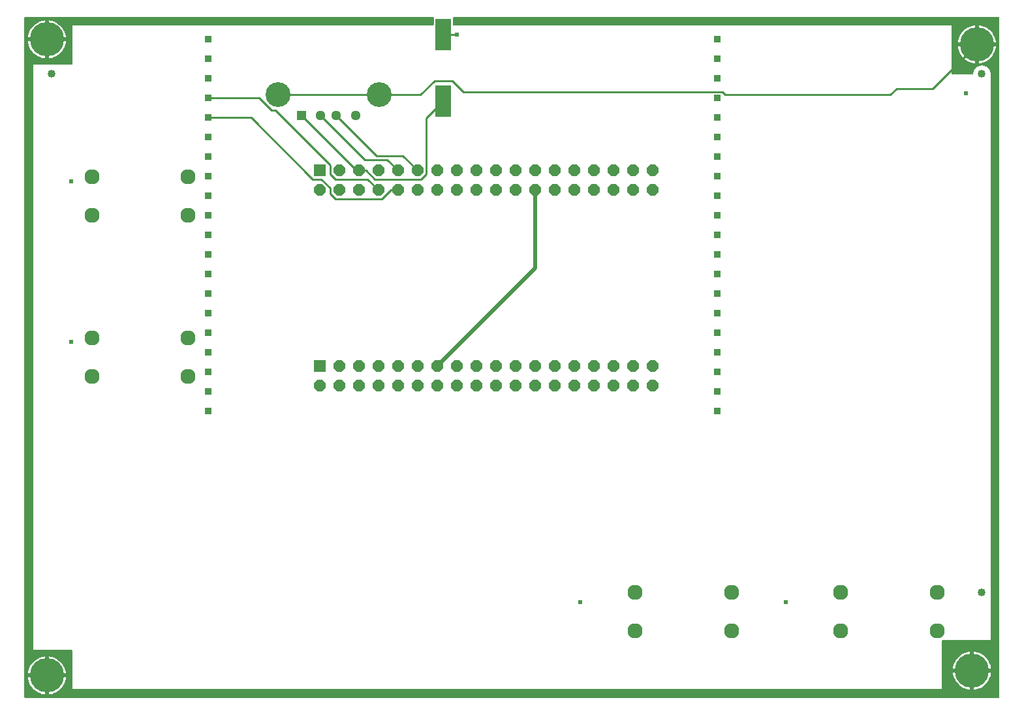
<source format=gbr>
G04 EAGLE Gerber RS-274X export*
G75*
%MOMM*%
%FSLAX34Y34*%
%LPD*%
%INBottom Copper*%
%IPPOS*%
%AMOC8*
5,1,8,0,0,1.08239X$1,22.5*%
G01*
%ADD10R,1.288000X1.288000*%
%ADD11C,1.288000*%
%ADD12C,3.220000*%
%ADD13C,1.016000*%
%ADD14C,4.445000*%
%ADD15R,1.524000X1.524000*%
%ADD16P,1.649562X8X22.500000*%
%ADD17C,1.960000*%
%ADD18R,2.000000X4.100000*%
%ADD19R,0.904800X0.904800*%
%ADD20C,0.609600*%
%ADD21C,0.254000*%
%ADD22C,0.508000*%

G36*
X1267444Y885308D02*
X1267444Y885308D01*
X1267437Y885427D01*
X1267424Y885465D01*
X1267419Y885506D01*
X1267376Y885616D01*
X1267339Y885729D01*
X1267317Y885764D01*
X1267302Y885801D01*
X1267233Y885897D01*
X1267169Y885998D01*
X1267139Y886026D01*
X1267116Y886059D01*
X1267024Y886135D01*
X1266937Y886216D01*
X1266902Y886236D01*
X1266871Y886261D01*
X1266763Y886312D01*
X1266659Y886370D01*
X1266619Y886380D01*
X1266583Y886397D01*
X1266466Y886419D01*
X1266351Y886449D01*
X1266291Y886453D01*
X1266271Y886457D01*
X1266250Y886455D01*
X1266190Y886459D01*
X559910Y886459D01*
X559792Y886444D01*
X559673Y886437D01*
X559635Y886424D01*
X559594Y886419D01*
X559484Y886376D01*
X559371Y886339D01*
X559336Y886317D01*
X559299Y886302D01*
X559203Y886233D01*
X559102Y886169D01*
X559074Y886139D01*
X559041Y886116D01*
X558965Y886024D01*
X558884Y885937D01*
X558864Y885902D01*
X558839Y885871D01*
X558788Y885763D01*
X558730Y885659D01*
X558720Y885619D01*
X558703Y885583D01*
X558681Y885466D01*
X558651Y885351D01*
X558647Y885291D01*
X558643Y885271D01*
X558645Y885250D01*
X558641Y885190D01*
X558641Y876300D01*
X558656Y876182D01*
X558663Y876063D01*
X558676Y876025D01*
X558681Y875984D01*
X558724Y875874D01*
X558761Y875761D01*
X558783Y875726D01*
X558798Y875689D01*
X558867Y875593D01*
X558931Y875492D01*
X558961Y875464D01*
X558984Y875431D01*
X559076Y875356D01*
X559163Y875274D01*
X559198Y875254D01*
X559229Y875229D01*
X559337Y875178D01*
X559441Y875120D01*
X559481Y875110D01*
X559517Y875093D01*
X559634Y875071D01*
X559749Y875041D01*
X559809Y875037D01*
X559829Y875033D01*
X559850Y875035D01*
X559910Y875031D01*
X1205231Y875031D01*
X1205231Y812800D01*
X1205246Y812682D01*
X1205253Y812563D01*
X1205266Y812525D01*
X1205271Y812484D01*
X1205314Y812374D01*
X1205351Y812261D01*
X1205373Y812226D01*
X1205388Y812189D01*
X1205458Y812093D01*
X1205521Y811992D01*
X1205551Y811964D01*
X1205574Y811931D01*
X1205666Y811856D01*
X1205753Y811774D01*
X1205788Y811754D01*
X1205819Y811729D01*
X1205927Y811678D01*
X1206031Y811620D01*
X1206071Y811610D01*
X1206107Y811593D01*
X1206224Y811571D01*
X1206339Y811541D01*
X1206400Y811537D01*
X1206420Y811533D01*
X1206440Y811535D01*
X1206500Y811531D01*
X1232222Y811531D01*
X1232334Y811545D01*
X1232446Y811551D01*
X1232491Y811565D01*
X1232538Y811571D01*
X1232642Y811612D01*
X1232750Y811645D01*
X1232790Y811670D01*
X1232834Y811688D01*
X1232924Y811754D01*
X1233020Y811813D01*
X1233053Y811847D01*
X1233091Y811874D01*
X1233163Y811961D01*
X1233240Y812042D01*
X1233264Y812083D01*
X1233294Y812119D01*
X1233342Y812221D01*
X1233397Y812319D01*
X1233420Y812388D01*
X1233429Y812407D01*
X1233433Y812425D01*
X1233448Y812472D01*
X1235019Y818332D01*
X1239068Y822381D01*
X1244600Y823864D01*
X1250132Y822381D01*
X1254181Y818332D01*
X1255752Y812472D01*
X1255794Y812367D01*
X1255829Y812261D01*
X1255854Y812221D01*
X1255872Y812177D01*
X1255939Y812087D01*
X1255999Y811992D01*
X1256031Y811962D01*
X1256031Y77469D01*
X1193800Y77469D01*
X1193682Y77454D01*
X1193563Y77447D01*
X1193525Y77434D01*
X1193484Y77429D01*
X1193374Y77386D01*
X1193261Y77349D01*
X1193226Y77327D01*
X1193189Y77312D01*
X1193093Y77243D01*
X1192992Y77179D01*
X1192964Y77149D01*
X1192931Y77126D01*
X1192856Y77034D01*
X1192774Y76947D01*
X1192754Y76912D01*
X1192729Y76881D01*
X1192678Y76773D01*
X1192620Y76669D01*
X1192610Y76629D01*
X1192593Y76593D01*
X1192571Y76476D01*
X1192541Y76361D01*
X1192537Y76301D01*
X1192533Y76281D01*
X1192535Y76260D01*
X1192531Y76200D01*
X1192531Y13969D01*
X64769Y13969D01*
X64769Y63500D01*
X64754Y63618D01*
X64747Y63737D01*
X64734Y63775D01*
X64729Y63816D01*
X64686Y63926D01*
X64649Y64039D01*
X64627Y64074D01*
X64612Y64111D01*
X64543Y64207D01*
X64479Y64308D01*
X64449Y64336D01*
X64426Y64369D01*
X64334Y64445D01*
X64247Y64526D01*
X64212Y64546D01*
X64181Y64571D01*
X64073Y64622D01*
X63969Y64680D01*
X63929Y64690D01*
X63893Y64707D01*
X63776Y64729D01*
X63661Y64759D01*
X63601Y64763D01*
X63581Y64767D01*
X63560Y64765D01*
X63500Y64769D01*
X13969Y64769D01*
X13969Y824231D01*
X63500Y824231D01*
X63618Y824246D01*
X63737Y824253D01*
X63775Y824266D01*
X63816Y824271D01*
X63926Y824314D01*
X64039Y824351D01*
X64074Y824373D01*
X64111Y824388D01*
X64207Y824458D01*
X64308Y824521D01*
X64336Y824551D01*
X64369Y824574D01*
X64445Y824666D01*
X64526Y824753D01*
X64546Y824788D01*
X64571Y824819D01*
X64622Y824927D01*
X64680Y825031D01*
X64690Y825071D01*
X64707Y825107D01*
X64729Y825224D01*
X64759Y825339D01*
X64763Y825400D01*
X64767Y825420D01*
X64765Y825440D01*
X64769Y825500D01*
X64769Y875031D01*
X532290Y875031D01*
X532408Y875046D01*
X532527Y875053D01*
X532565Y875066D01*
X532606Y875071D01*
X532716Y875114D01*
X532829Y875151D01*
X532864Y875173D01*
X532901Y875188D01*
X532997Y875258D01*
X533098Y875321D01*
X533126Y875351D01*
X533159Y875374D01*
X533235Y875466D01*
X533316Y875553D01*
X533336Y875588D01*
X533361Y875619D01*
X533412Y875727D01*
X533470Y875831D01*
X533480Y875871D01*
X533497Y875907D01*
X533519Y876024D01*
X533549Y876139D01*
X533553Y876200D01*
X533557Y876220D01*
X533555Y876240D01*
X533559Y876300D01*
X533559Y885190D01*
X533544Y885308D01*
X533537Y885427D01*
X533524Y885465D01*
X533519Y885506D01*
X533476Y885616D01*
X533439Y885729D01*
X533417Y885764D01*
X533402Y885801D01*
X533333Y885897D01*
X533269Y885998D01*
X533239Y886026D01*
X533216Y886059D01*
X533124Y886135D01*
X533037Y886216D01*
X533002Y886236D01*
X532971Y886261D01*
X532863Y886312D01*
X532759Y886370D01*
X532719Y886380D01*
X532683Y886397D01*
X532566Y886419D01*
X532451Y886449D01*
X532391Y886453D01*
X532371Y886457D01*
X532350Y886455D01*
X532290Y886459D01*
X3810Y886459D01*
X3692Y886444D01*
X3573Y886437D01*
X3535Y886424D01*
X3494Y886419D01*
X3384Y886376D01*
X3271Y886339D01*
X3236Y886317D01*
X3199Y886302D01*
X3103Y886233D01*
X3002Y886169D01*
X2974Y886139D01*
X2941Y886116D01*
X2865Y886024D01*
X2784Y885937D01*
X2764Y885902D01*
X2739Y885871D01*
X2688Y885763D01*
X2630Y885659D01*
X2620Y885619D01*
X2603Y885583D01*
X2581Y885466D01*
X2551Y885351D01*
X2547Y885291D01*
X2543Y885271D01*
X2545Y885250D01*
X2541Y885190D01*
X2541Y3810D01*
X2556Y3692D01*
X2563Y3573D01*
X2576Y3535D01*
X2581Y3494D01*
X2624Y3384D01*
X2661Y3271D01*
X2683Y3236D01*
X2698Y3199D01*
X2767Y3103D01*
X2831Y3002D01*
X2861Y2974D01*
X2884Y2941D01*
X2976Y2865D01*
X3063Y2784D01*
X3098Y2764D01*
X3129Y2739D01*
X3237Y2688D01*
X3341Y2630D01*
X3381Y2620D01*
X3417Y2603D01*
X3534Y2581D01*
X3649Y2551D01*
X3709Y2547D01*
X3729Y2543D01*
X3750Y2545D01*
X3810Y2541D01*
X1266190Y2541D01*
X1266308Y2556D01*
X1266427Y2563D01*
X1266465Y2576D01*
X1266506Y2581D01*
X1266616Y2624D01*
X1266729Y2661D01*
X1266764Y2683D01*
X1266801Y2698D01*
X1266897Y2767D01*
X1266998Y2831D01*
X1267026Y2861D01*
X1267059Y2884D01*
X1267135Y2976D01*
X1267216Y3063D01*
X1267236Y3098D01*
X1267261Y3129D01*
X1267312Y3237D01*
X1267370Y3341D01*
X1267380Y3381D01*
X1267397Y3417D01*
X1267419Y3534D01*
X1267449Y3649D01*
X1267453Y3709D01*
X1267457Y3729D01*
X1267455Y3750D01*
X1267459Y3810D01*
X1267459Y885190D01*
X1267444Y885308D01*
G37*
%LPC*%
G36*
X34289Y859789D02*
X34289Y859789D01*
X34289Y881886D01*
X35905Y881704D01*
X38617Y881085D01*
X41242Y880167D01*
X43749Y878960D01*
X46104Y877480D01*
X48279Y875745D01*
X50245Y873779D01*
X51980Y871604D01*
X53460Y869249D01*
X54667Y866742D01*
X55585Y864117D01*
X56204Y861405D01*
X56386Y859789D01*
X34289Y859789D01*
G37*
%LPD*%
%LPC*%
G36*
X1240789Y853439D02*
X1240789Y853439D01*
X1240789Y875536D01*
X1242405Y875354D01*
X1245117Y874735D01*
X1247742Y873817D01*
X1250249Y872610D01*
X1252604Y871130D01*
X1254779Y869395D01*
X1256745Y867429D01*
X1258480Y865254D01*
X1259960Y862899D01*
X1261167Y860392D01*
X1262085Y857767D01*
X1262704Y855055D01*
X1262886Y853439D01*
X1240789Y853439D01*
G37*
%LPD*%
%LPC*%
G36*
X1234439Y40639D02*
X1234439Y40639D01*
X1234439Y62736D01*
X1236055Y62554D01*
X1238767Y61935D01*
X1241392Y61017D01*
X1243899Y59810D01*
X1246254Y58330D01*
X1248429Y56595D01*
X1250395Y54629D01*
X1252130Y52454D01*
X1253610Y50099D01*
X1254817Y47592D01*
X1255735Y44967D01*
X1256354Y42255D01*
X1256536Y40639D01*
X1234439Y40639D01*
G37*
%LPD*%
%LPC*%
G36*
X34289Y34289D02*
X34289Y34289D01*
X34289Y56386D01*
X35905Y56204D01*
X38617Y55585D01*
X41242Y54667D01*
X43749Y53460D01*
X46104Y51980D01*
X48279Y50245D01*
X50245Y48279D01*
X51980Y46104D01*
X53460Y43749D01*
X54667Y41242D01*
X55585Y38617D01*
X56204Y35905D01*
X56386Y34289D01*
X34289Y34289D01*
G37*
%LPD*%
%LPC*%
G36*
X7114Y859789D02*
X7114Y859789D01*
X7296Y861405D01*
X7915Y864117D01*
X8833Y866742D01*
X10040Y869249D01*
X11520Y871604D01*
X13255Y873779D01*
X15221Y875745D01*
X17396Y877480D01*
X19751Y878960D01*
X22258Y880167D01*
X24883Y881085D01*
X27595Y881704D01*
X29211Y881886D01*
X29211Y859789D01*
X7114Y859789D01*
G37*
%LPD*%
%LPC*%
G36*
X1213614Y853439D02*
X1213614Y853439D01*
X1213796Y855055D01*
X1214415Y857767D01*
X1215333Y860392D01*
X1216540Y862899D01*
X1218020Y865254D01*
X1219755Y867429D01*
X1221721Y869395D01*
X1223896Y871130D01*
X1226251Y872610D01*
X1228758Y873817D01*
X1231383Y874735D01*
X1234095Y875354D01*
X1235711Y875536D01*
X1235711Y853439D01*
X1213614Y853439D01*
G37*
%LPD*%
%LPC*%
G36*
X34289Y854711D02*
X34289Y854711D01*
X56386Y854711D01*
X56204Y853095D01*
X55585Y850383D01*
X54667Y847758D01*
X53460Y845251D01*
X51980Y842896D01*
X50245Y840721D01*
X48279Y838755D01*
X46104Y837020D01*
X43749Y835540D01*
X41242Y834333D01*
X38617Y833415D01*
X35905Y832796D01*
X34289Y832614D01*
X34289Y854711D01*
G37*
%LPD*%
%LPC*%
G36*
X1240789Y848361D02*
X1240789Y848361D01*
X1262886Y848361D01*
X1262704Y846745D01*
X1262085Y844033D01*
X1261167Y841408D01*
X1259960Y838901D01*
X1258480Y836546D01*
X1256745Y834371D01*
X1254779Y832405D01*
X1252604Y830670D01*
X1250249Y829190D01*
X1247742Y827983D01*
X1245117Y827065D01*
X1242405Y826446D01*
X1240789Y826264D01*
X1240789Y848361D01*
G37*
%LPD*%
%LPC*%
G36*
X1207264Y40639D02*
X1207264Y40639D01*
X1207446Y42255D01*
X1208065Y44967D01*
X1208983Y47592D01*
X1210190Y50099D01*
X1211670Y52454D01*
X1213405Y54629D01*
X1215371Y56595D01*
X1217546Y58330D01*
X1219901Y59810D01*
X1222408Y61017D01*
X1225033Y61935D01*
X1227745Y62554D01*
X1229361Y62736D01*
X1229361Y40639D01*
X1207264Y40639D01*
G37*
%LPD*%
%LPC*%
G36*
X7114Y34289D02*
X7114Y34289D01*
X7296Y35905D01*
X7915Y38617D01*
X8833Y41242D01*
X10040Y43749D01*
X11520Y46104D01*
X13255Y48279D01*
X15221Y50245D01*
X17396Y51980D01*
X19751Y53460D01*
X22258Y54667D01*
X24883Y55585D01*
X27595Y56204D01*
X29211Y56386D01*
X29211Y34289D01*
X7114Y34289D01*
G37*
%LPD*%
%LPC*%
G36*
X1234439Y35561D02*
X1234439Y35561D01*
X1256536Y35561D01*
X1256354Y33945D01*
X1255735Y31233D01*
X1254817Y28608D01*
X1253610Y26101D01*
X1252130Y23746D01*
X1250395Y21571D01*
X1248429Y19605D01*
X1246254Y17870D01*
X1243899Y16390D01*
X1241392Y15183D01*
X1238767Y14265D01*
X1236055Y13646D01*
X1234439Y13464D01*
X1234439Y35561D01*
G37*
%LPD*%
%LPC*%
G36*
X34289Y29211D02*
X34289Y29211D01*
X56386Y29211D01*
X56204Y27595D01*
X55585Y24883D01*
X54667Y22258D01*
X53460Y19751D01*
X51980Y17396D01*
X50245Y15221D01*
X48279Y13255D01*
X46104Y11520D01*
X43749Y10040D01*
X41242Y8833D01*
X38617Y7915D01*
X35905Y7296D01*
X34289Y7114D01*
X34289Y29211D01*
G37*
%LPD*%
%LPC*%
G36*
X27595Y832796D02*
X27595Y832796D01*
X24883Y833415D01*
X22258Y834333D01*
X19751Y835540D01*
X17396Y837020D01*
X15221Y838755D01*
X13255Y840721D01*
X11520Y842896D01*
X10040Y845251D01*
X8833Y847758D01*
X7915Y850383D01*
X7296Y853095D01*
X7114Y854711D01*
X29211Y854711D01*
X29211Y832614D01*
X27595Y832796D01*
G37*
%LPD*%
%LPC*%
G36*
X1234095Y826446D02*
X1234095Y826446D01*
X1231383Y827065D01*
X1228758Y827983D01*
X1226251Y829190D01*
X1223896Y830670D01*
X1221721Y832405D01*
X1219755Y834371D01*
X1218020Y836546D01*
X1216540Y838901D01*
X1215333Y841408D01*
X1214415Y844033D01*
X1213796Y846745D01*
X1213614Y848361D01*
X1235711Y848361D01*
X1235711Y826264D01*
X1234095Y826446D01*
G37*
%LPD*%
%LPC*%
G36*
X1227745Y13646D02*
X1227745Y13646D01*
X1225033Y14265D01*
X1222408Y15183D01*
X1219901Y16390D01*
X1217546Y17870D01*
X1215371Y19605D01*
X1213405Y21571D01*
X1211670Y23746D01*
X1210190Y26101D01*
X1208983Y28608D01*
X1208065Y31233D01*
X1207446Y33945D01*
X1207264Y35561D01*
X1229361Y35561D01*
X1229361Y13464D01*
X1227745Y13646D01*
G37*
%LPD*%
%LPC*%
G36*
X27595Y7296D02*
X27595Y7296D01*
X24883Y7915D01*
X22258Y8833D01*
X19751Y10040D01*
X17396Y11520D01*
X15221Y13255D01*
X13255Y15221D01*
X11520Y17396D01*
X10040Y19751D01*
X8833Y22258D01*
X7915Y24883D01*
X7296Y27595D01*
X7114Y29211D01*
X29211Y29211D01*
X29211Y7114D01*
X27595Y7296D01*
G37*
%LPD*%
%LPC*%
G36*
X31749Y857249D02*
X31749Y857249D01*
X31749Y857251D01*
X31751Y857251D01*
X31751Y857249D01*
X31749Y857249D01*
G37*
%LPD*%
%LPC*%
G36*
X1238249Y850899D02*
X1238249Y850899D01*
X1238249Y850901D01*
X1238251Y850901D01*
X1238251Y850899D01*
X1238249Y850899D01*
G37*
%LPD*%
%LPC*%
G36*
X1231899Y38099D02*
X1231899Y38099D01*
X1231899Y38101D01*
X1231901Y38101D01*
X1231901Y38099D01*
X1231899Y38099D01*
G37*
%LPD*%
%LPC*%
G36*
X31749Y31749D02*
X31749Y31749D01*
X31749Y31751D01*
X31751Y31751D01*
X31751Y31749D01*
X31749Y31749D01*
G37*
%LPD*%
D10*
X361950Y758190D03*
D11*
X386950Y758190D03*
X406950Y758190D03*
X431950Y758190D03*
D12*
X331250Y785290D03*
X462650Y785290D03*
D13*
X38100Y812800D03*
X1244600Y812800D03*
X1244600Y139700D03*
D14*
X31750Y857250D03*
D15*
X385490Y687330D03*
D16*
X385490Y661930D03*
X410890Y687330D03*
X410890Y661930D03*
X436290Y687330D03*
X436290Y661930D03*
X461690Y687330D03*
X461690Y661930D03*
X487090Y687330D03*
X487090Y661930D03*
X512490Y687330D03*
X512490Y661930D03*
X537890Y687330D03*
X537890Y661930D03*
X563290Y687330D03*
X563290Y661930D03*
X588690Y687330D03*
X588690Y661930D03*
X614090Y687330D03*
X614090Y661930D03*
X639490Y687330D03*
X639490Y661930D03*
X664890Y687330D03*
X664890Y661930D03*
X690290Y687330D03*
X690290Y661930D03*
X715690Y687330D03*
X715690Y661930D03*
X741090Y687330D03*
X741090Y661930D03*
X766490Y687330D03*
X766490Y661930D03*
X791890Y687330D03*
X791890Y661930D03*
X817290Y687330D03*
X817290Y661930D03*
D15*
X385490Y433330D03*
D16*
X385490Y407930D03*
X410890Y433330D03*
X410890Y407930D03*
X436290Y433330D03*
X436290Y407930D03*
X461690Y433330D03*
X461690Y407930D03*
X487090Y433330D03*
X487090Y407930D03*
X512490Y433330D03*
X512490Y407930D03*
X537890Y433330D03*
X537890Y407930D03*
X563290Y433330D03*
X563290Y407930D03*
X588690Y433330D03*
X588690Y407930D03*
X614090Y433330D03*
X614090Y407930D03*
X639490Y433330D03*
X639490Y407930D03*
X664890Y433330D03*
X664890Y407930D03*
X690290Y433330D03*
X690290Y407930D03*
X715690Y433330D03*
X715690Y407930D03*
X741090Y433330D03*
X741090Y407930D03*
X766490Y433330D03*
X766490Y407930D03*
X791890Y433330D03*
X791890Y407930D03*
X817290Y433330D03*
X817290Y407930D03*
D17*
X214900Y679050D03*
X214900Y629050D03*
X89900Y629050D03*
X89900Y679050D03*
D18*
X546100Y776920D03*
X546100Y863920D03*
D17*
X919750Y139300D03*
X919750Y89300D03*
X794750Y89300D03*
X794750Y139300D03*
X214900Y469500D03*
X214900Y419500D03*
X89900Y419500D03*
X89900Y469500D03*
X1186450Y139300D03*
X1186450Y89300D03*
X1061450Y89300D03*
X1061450Y139300D03*
D14*
X31750Y31750D03*
X1231900Y38100D03*
X1238250Y850900D03*
D19*
X241300Y857250D03*
X241300Y831850D03*
X241300Y806450D03*
X241300Y781050D03*
X241300Y755650D03*
X241300Y730250D03*
X241300Y704850D03*
X241300Y679450D03*
X241300Y654050D03*
X241300Y628650D03*
X241300Y603250D03*
X241300Y577850D03*
X241300Y552450D03*
X241300Y527050D03*
X241300Y501650D03*
X241300Y476250D03*
X241300Y450850D03*
X241300Y425450D03*
X241300Y400050D03*
X241300Y374650D03*
X901700Y857250D03*
X901700Y831850D03*
X901700Y806450D03*
X901700Y781050D03*
X901700Y755650D03*
X901700Y730250D03*
X901700Y704850D03*
X901700Y679450D03*
X901700Y654050D03*
X901700Y628650D03*
X901700Y603250D03*
X901700Y577850D03*
X901700Y552450D03*
X901700Y527050D03*
X901700Y501650D03*
X901700Y476250D03*
X901700Y450850D03*
X901700Y425450D03*
X901700Y400050D03*
X901700Y374650D03*
D20*
X1224280Y787400D03*
D21*
X563880Y863600D02*
X546420Y863600D01*
X546100Y863920D01*
D20*
X563880Y863600D03*
D22*
X664890Y560330D02*
X537890Y433330D01*
X664890Y560330D02*
X664890Y661930D01*
D21*
X406156Y675900D02*
X399460Y682596D01*
X307333Y781050D02*
X241300Y781050D01*
X447720Y675900D02*
X461690Y661930D01*
X323003Y765380D02*
X307333Y781050D01*
X406156Y675900D02*
X447720Y675900D01*
X328068Y765380D02*
X323003Y765380D01*
X328068Y765380D02*
X399460Y693988D01*
X399460Y682596D01*
X399460Y657196D02*
X406156Y650500D01*
X296542Y755650D02*
X241300Y755650D01*
X376292Y675900D02*
X387685Y675900D01*
X399460Y664125D01*
X399460Y657196D01*
X466425Y650500D02*
X477855Y661930D01*
X487090Y661930D01*
X376292Y675900D02*
X296542Y755650D01*
X406156Y650500D02*
X466425Y650500D01*
X444100Y701040D02*
X386950Y758190D01*
X473380Y701040D02*
X487090Y687330D01*
X473380Y701040D02*
X444100Y701040D01*
X459020Y706120D02*
X406950Y758190D01*
X493700Y706120D02*
X512490Y687330D01*
X493700Y706120D02*
X459020Y706120D01*
D20*
X63500Y464820D03*
X63500Y673100D03*
X723900Y127000D03*
X990600Y127000D03*
D21*
X432810Y687330D02*
X361950Y758190D01*
X432810Y687330D02*
X436290Y687330D01*
X517225Y675900D02*
X523920Y682596D01*
X445526Y687330D02*
X436290Y687330D01*
X445526Y687330D02*
X456956Y675900D01*
X523920Y754740D02*
X546100Y776920D01*
X517225Y675900D02*
X456956Y675900D01*
X523920Y682596D02*
X523920Y754740D01*
X462650Y785290D02*
X331250Y785290D01*
X1125642Y785290D02*
X1133962Y793610D01*
X1180960Y793610D02*
X1238250Y850900D01*
X1180960Y793610D02*
X1133962Y793610D01*
X557678Y803770D02*
X534522Y803770D01*
X516042Y785290D02*
X462650Y785290D01*
X911896Y785290D02*
X1125642Y785290D01*
X534522Y803770D02*
X516042Y785290D01*
X907802Y789384D02*
X911896Y785290D01*
X572064Y789384D02*
X557678Y803770D01*
X572064Y789384D02*
X907802Y789384D01*
M02*

</source>
